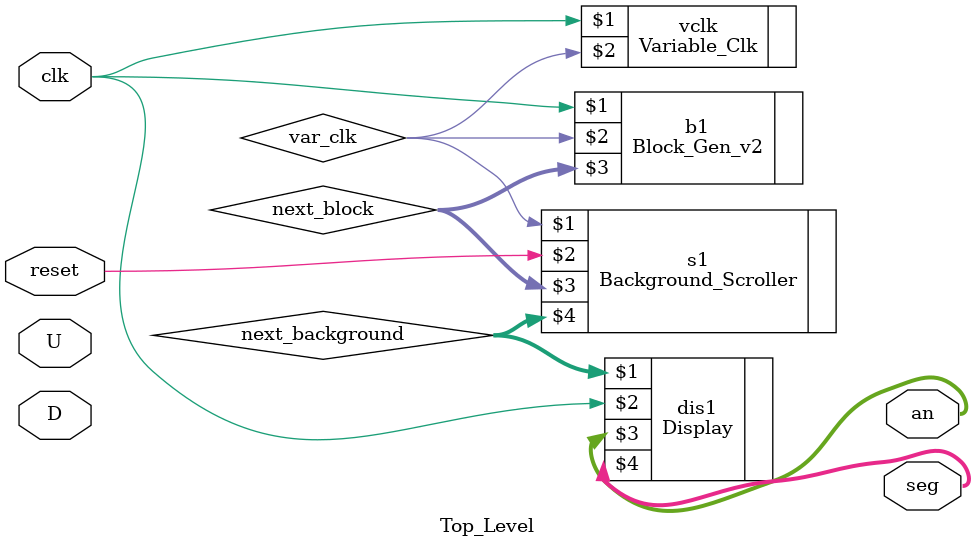
<source format=v>
`timescale 1ns / 1ps


module Top_Level(
    input U,
    input D,
    input reset,
    input clk,
    output [3:0] an,
    output [6:0] seg
    );
    
    wire dU, dD, dR, lost, var_clk; 
    wire [6:0] next_pos, next_block; 
//    wire [15:0] score; 
    wire [27:0] next_background, next_map, score_display, display_input; 
    
//    Debounce d1 (U,clk,dU); 
//    Debounce d2 (D,clk,dD); 
//    Debounce d3 (clk, reset, dR); 
    
//    Controller c1 (dU,dD,dR, next_pos); 
    Variable_Clk vclk (clk, var_clk); 
    Block_Gen_v2 b1 (clk, var_clk, next_block); 
    Background_Scroller s1 (var_clk, reset, next_block, next_background); 
//    Map_Gen m1 (next_background, next_pos, next_map); 
//    Checker ch1 (next_background, next_pos, lost); 
//    Score_Counter sc1 (var_clk, dR, lost, score); 
//    Score_Decoder sd1 (score, score_display); 
//    Mux2to1 mux1 (next_map, score_display, lost, display_input); 
    
    Display dis1 (next_background, clk, an, seg); 
    
endmodule

</source>
